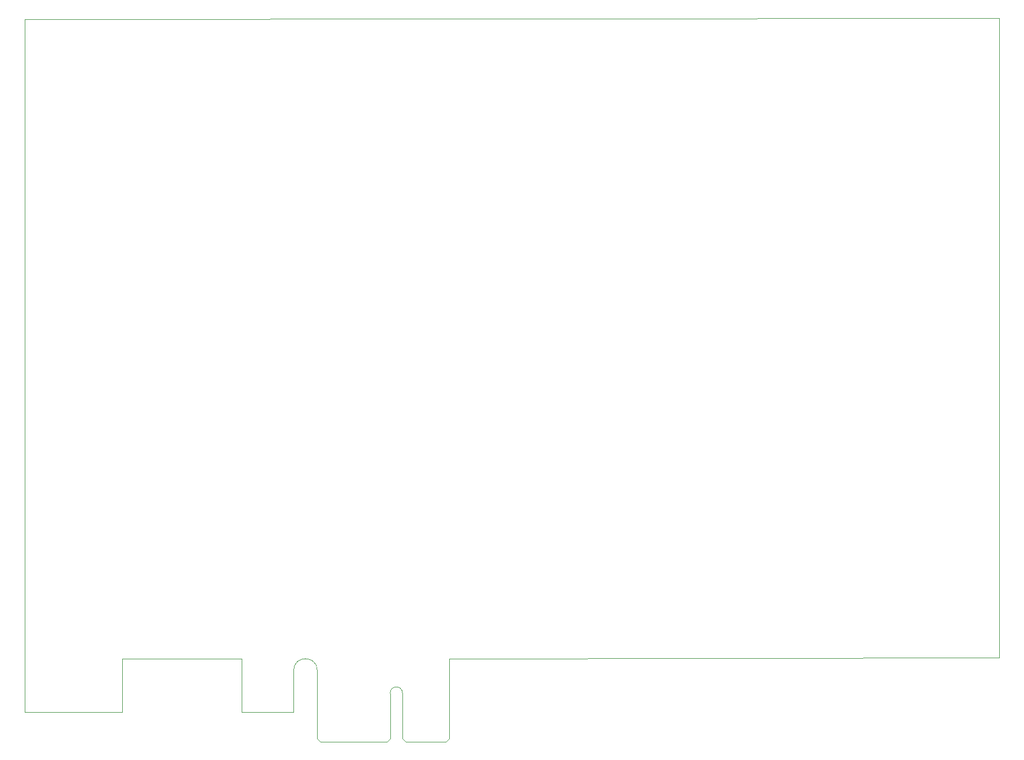
<source format=gbr>
G04 #@! TF.GenerationSoftware,KiCad,Pcbnew,(5.1.2)-2*
G04 #@! TF.CreationDate,2019-10-16T15:44:06+08:00*
G04 #@! TF.ProjectId,BrainPower,42726169-6e50-46f7-9765-722e6b696361,rev?*
G04 #@! TF.SameCoordinates,Original*
G04 #@! TF.FileFunction,Profile,NP*
%FSLAX46Y46*%
G04 Gerber Fmt 4.6, Leading zero omitted, Abs format (unit mm)*
G04 Created by KiCad (PCBNEW (5.1.2)-2) date 2019-10-16 15:44:06*
%MOMM*%
%LPD*%
G04 APERTURE LIST*
%ADD10C,0.100000*%
G04 APERTURE END LIST*
D10*
X131930000Y-155879600D02*
X138130000Y-155879600D01*
X138130000Y-155879600D02*
X138630000Y-155379600D01*
X131430000Y-155379600D02*
X131930000Y-155879600D01*
X129030000Y-155879600D02*
X129530000Y-155379600D01*
X131430000Y-155379600D02*
X131430000Y-148429600D01*
X138630000Y-155379600D02*
X138630000Y-143129600D01*
X118330000Y-155379600D02*
X118830000Y-155879600D01*
X73330000Y-151379600D02*
X73330000Y-44729600D01*
X138630000Y-143129600D02*
X223202500Y-142981680D01*
X129530000Y-155379600D02*
X129530000Y-148429600D01*
X114680000Y-151379600D02*
X114680000Y-144954600D01*
X118830000Y-155879600D02*
X129030000Y-155879600D01*
X106680000Y-151379600D02*
X114680000Y-151379600D01*
X88330000Y-151379600D02*
X88330000Y-143129600D01*
X88330000Y-143129600D02*
X106680000Y-143129600D01*
X223202500Y-142981680D02*
X223202500Y-44571920D01*
X106680000Y-151379600D02*
X106680000Y-143129600D01*
X73330000Y-151379600D02*
X88330000Y-151379600D01*
X73330000Y-44729600D02*
X223202500Y-44571920D01*
X129530000Y-148429600D02*
G75*
G02X131430000Y-148429600I950000J0D01*
G01*
X114680000Y-144954600D02*
G75*
G02X118330000Y-144954600I1825000J0D01*
G01*
X118330000Y-155379600D02*
X118330000Y-144954600D01*
M02*

</source>
